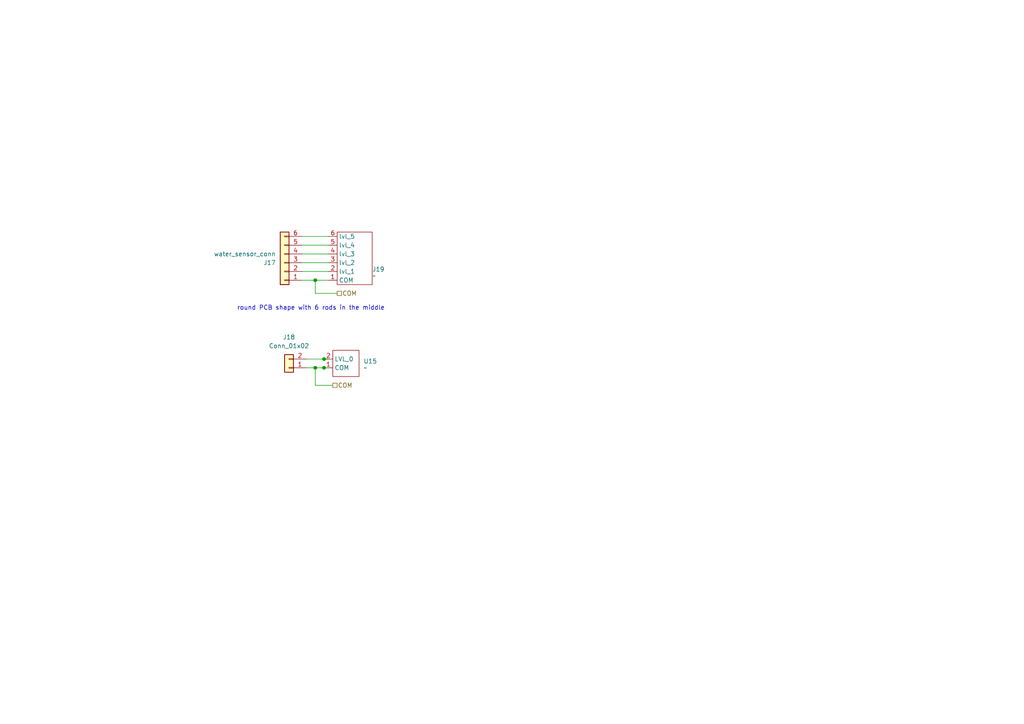
<source format=kicad_sch>
(kicad_sch (version 20231120) (generator "eeschema") (generator_version "8.0")
  (paper "A4")
  (lib_symbols
    (symbol "Connector_Generic:Conn_01x02" (pin_names (offset 1.016) hide)
      (property "Reference" "J" (at 0 2.54 0))
      (property "Value" "Conn_01x02" (at 0 -5.08 0))
      (symbol "Conn_01x02_1_1"
        (rectangle (start -1.27 -2.413) (end 0 -2.667) (stroke (width 0.1524)))
        (rectangle (start -1.27 0.127) (end 0 -0.127) (stroke (width 0.1524)))
        (rectangle (start -1.27 1.27) (end 1.27 -3.81) (stroke (width 0.254)) (fill (type background)))
        (pin passive line (at -5.08 0 0) (length 3.81) (name "Pin_1") (number "1"))
        (pin passive line (at -5.08 -2.54 0) (length 3.81) (name "Pin_2") (number "2"))
      )
    )
    (symbol "Connector_Generic:Conn_01x06" (pin_names (offset 1.016) hide)
      (property "Reference" "J" (at 0 7.62 0))
      (property "Value" "Conn_01x06" (at 0 -10.16 0))
      (symbol "Conn_01x06_1_1"
        (rectangle (start -1.27 -7.493) (end 0 -7.747) (stroke (width 0.1524)))
        (rectangle (start -1.27 -4.953) (end 0 -5.207) (stroke (width 0.1524)))
        (rectangle (start -1.27 -2.413) (end 0 -2.667) (stroke (width 0.1524)))
        (rectangle (start -1.27 0.127) (end 0 -0.127) (stroke (width 0.1524)))
        (rectangle (start -1.27 2.667) (end 0 2.413) (stroke (width 0.1524)))
        (rectangle (start -1.27 5.207) (end 0 4.953) (stroke (width 0.1524)))
        (rectangle (start -1.27 6.35) (end 1.27 -8.89) (stroke (width 0.254)) (fill (type background)))
        (pin passive line (at -5.08 5.08 0) (length 3.81) (name "Pin_1") (number "1"))
        (pin passive line (at -5.08 2.54 0) (length 3.81) (name "Pin_2") (number "2"))
        (pin passive line (at -5.08 0 0) (length 3.81) (name "Pin_3") (number "3"))
        (pin passive line (at -5.08 -2.54 0) (length 3.81) (name "Pin_4") (number "4"))
        (pin passive line (at -5.08 -5.08 0) (length 3.81) (name "Pin_5") (number "5"))
        (pin passive line (at -5.08 -7.62 0) (length 3.81) (name "Pin_6") (number "6"))
      )
    )
    (symbol "HeavyDuty:water_sensor_rods"
      (property "Reference" "J" (at 0 0 0))
      (symbol "water_sensor_rods_0_1"
        (rectangle (start -3.81 7.62) (end 6.35 -7.62))
      )
      (symbol "water_sensor_rods_1_1"
        (pin passive line (at -6.35 -6.35 0) (length 2.54) (name "COM") (number "1"))
        (pin passive line (at -6.35 -3.81 0) (length 2.54) (name "lvl_1") (number "2"))
        (pin passive line (at -6.35 -1.27 0) (length 2.54) (name "lvl_2") (number "3"))
        (pin passive line (at -6.35 1.27 0) (length 2.54) (name "lvl_3") (number "4"))
        (pin passive line (at -6.35 3.81 0) (length 2.54) (name "lvl_4") (number "5"))
        (pin passive line (at -6.35 6.35 0) (length 2.54) (name "lvl_5") (number "6"))
      )
    )
    (symbol "HeavyDuty:water_sesnor_binary"
      (property "Reference" "U" (at 0.508 2.794 0))
      (symbol "water_sesnor_binary_0_1"
        (rectangle (start -3.81 3.81) (end 3.81 -3.81))
      )
      (symbol "water_sesnor_binary_1_1"
        (pin passive line (at -6.35 -1.27 0) (length 2.54) (name "COM") (number "1"))
        (pin passive line (at -6.35 1.27 0) (length 2.54) (name "LVL_0") (number "2"))
      )
    )
  )
  (junction (at 91.44 106.68))
  (junction (at 93.98 106.68))
  (junction (at 91.44 81.28))
  (junction (at 93.98 104.14))
  (wire (pts (xy 93.98 104.14) (xy 95.25 104.14)))
  (wire (pts (xy 87.63 76.2) (xy 95.25 76.2)))
  (wire (pts (xy 97.79 85.09) (xy 91.44 85.09)))
  (wire (pts (xy 91.44 111.76) (xy 91.44 106.68)))
  (wire (pts (xy 88.9 104.14) (xy 93.98 104.14)))
  (wire (pts (xy 87.63 78.74) (xy 95.25 78.74)))
  (wire (pts (xy 91.44 81.28) (xy 95.25 81.28)))
  (wire (pts (xy 96.52 111.76) (xy 91.44 111.76)))
  (wire (pts (xy 87.63 81.28) (xy 91.44 81.28)))
  (wire (pts (xy 87.63 68.58) (xy 95.25 68.58)))
  (wire (pts (xy 87.63 71.12) (xy 95.25 71.12)))
  (wire (pts (xy 93.98 106.68) (xy 95.25 106.68)))
  (wire (pts (xy 87.63 73.66) (xy 95.25 73.66)))
  (wire (pts (xy 91.44 85.09) (xy 91.44 81.28)))
  (wire (pts (xy 88.9 106.68) (xy 91.44 106.68)))
  (wire (pts (xy 91.44 106.68) (xy 93.98 106.68)))
  (text "round PCB shape with 6 rods in the middle" (at 90.17 89.408 0) (effects (font (size 1.27 1.27))))
  (hierarchical_label "COM" (shape passive) (at 96.52 111.76 0))
  (hierarchical_label "COM" (shape passive) (at 97.79 85.09 0))
  (symbol (lib_id "Connector_Generic:Conn_01x06") (at 82.55 76.2 180) (unit 1)
    (property "Reference" "J17" (at 80.01 76.2001 0) (effects (justify left)))
    (property "Value" "water_sensor_conn" (at 80.01 73.6601 0) (effects (justify left)))
    (property "Footprint" "TerminalBlock:TerminalBlock_Xinya_XY308-2.54-6P_1x06_P2.54mm_Horizontal" (effects (hide yes)))
    (property "Description" "Generic connector, single row, 01x06, script generated (kicad-library-utils/schlib/autogen/connector/)" (effects (hide yes)))
  )
  (symbol (lib_id "HeavyDuty:water_sensor_rods") (at 101.6 74.93 0) (unit 1)
    (property "Reference" "J19" (at 107.95 78.1049 0) (effects (justify left)))
    (property "Value" "~" (at 107.95 80.01 0) (effects (justify left)))
    (property "Footprint" "HeavyDuty:water_sensor_rods" (effects (hide yes)))
  )
  (symbol (lib_id "HeavyDuty:water_sesnor_binary") (at 100.33 105.41 0) (unit 1)
    (property "Reference" "U15" (at 105.41 104.7749 0) (effects (justify left)))
    (property "Value" "~" (at 105.41 106.68 0) (effects (justify left)))
    (property "Footprint" "HeavyDuty:2_water_sensor_rods" (effects (hide yes)))
  )
  (symbol (lib_id "Connector_Generic:Conn_01x02") (at 83.82 106.68 180) (unit 1)
    (property "Reference" "J18" (at 83.82 97.79 0))
    (property "Value" "Conn_01x02" (at 83.82 100.33 0))
    (property "Footprint" "Connector_Samtec_HPM_THT:Samtec_HPM-02-01-x-S_Straight_1x02_Pitch5.08mm" (effects (hide yes)))
    (property "Description" "Generic connector, single row, 01x02, script generated (kicad-library-utils/schlib/autogen/connector/)" (effects (hide yes)))
  )
)
</source>
